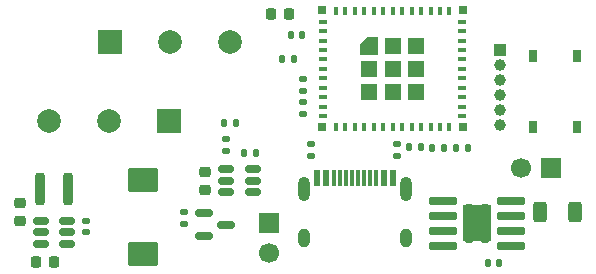
<source format=gbr>
%TF.GenerationSoftware,KiCad,Pcbnew,9.0.7-9.0.7~ubuntu24.04.1*%
%TF.CreationDate,2026-02-26T22:41:37+11:00*%
%TF.ProjectId,flipcab-rounded,666c6970-6361-4622-9d72-6f756e646564,rev?*%
%TF.SameCoordinates,Original*%
%TF.FileFunction,Soldermask,Top*%
%TF.FilePolarity,Negative*%
%FSLAX46Y46*%
G04 Gerber Fmt 4.6, Leading zero omitted, Abs format (unit mm)*
G04 Created by KiCad (PCBNEW 9.0.7-9.0.7~ubuntu24.04.1) date 2026-02-26 22:41:37*
%MOMM*%
%LPD*%
G01*
G04 APERTURE LIST*
G04 Aperture macros list*
%AMRoundRect*
0 Rectangle with rounded corners*
0 $1 Rounding radius*
0 $2 $3 $4 $5 $6 $7 $8 $9 X,Y pos of 4 corners*
0 Add a 4 corners polygon primitive as box body*
4,1,4,$2,$3,$4,$5,$6,$7,$8,$9,$2,$3,0*
0 Add four circle primitives for the rounded corners*
1,1,$1+$1,$2,$3*
1,1,$1+$1,$4,$5*
1,1,$1+$1,$6,$7*
1,1,$1+$1,$8,$9*
0 Add four rect primitives between the rounded corners*
20,1,$1+$1,$2,$3,$4,$5,0*
20,1,$1+$1,$4,$5,$6,$7,0*
20,1,$1+$1,$6,$7,$8,$9,0*
20,1,$1+$1,$8,$9,$2,$3,0*%
%AMOutline5P*
0 Free polygon, 5 corners , with rotation*
0 The origin of the aperture is its center*
0 number of corners: always 5*
0 $1 to $10 corner X, Y*
0 $11 Rotation angle, in degrees counterclockwise*
0 create outline with 5 corners*
4,1,5,$1,$2,$3,$4,$5,$6,$7,$8,$9,$10,$1,$2,$11*%
%AMOutline6P*
0 Free polygon, 6 corners , with rotation*
0 The origin of the aperture is its center*
0 number of corners: always 6*
0 $1 to $12 corner X, Y*
0 $13 Rotation angle, in degrees counterclockwise*
0 create outline with 6 corners*
4,1,6,$1,$2,$3,$4,$5,$6,$7,$8,$9,$10,$11,$12,$1,$2,$13*%
%AMOutline7P*
0 Free polygon, 7 corners , with rotation*
0 The origin of the aperture is its center*
0 number of corners: always 7*
0 $1 to $14 corner X, Y*
0 $15 Rotation angle, in degrees counterclockwise*
0 create outline with 7 corners*
4,1,7,$1,$2,$3,$4,$5,$6,$7,$8,$9,$10,$11,$12,$13,$14,$1,$2,$15*%
%AMOutline8P*
0 Free polygon, 8 corners , with rotation*
0 The origin of the aperture is its center*
0 number of corners: always 8*
0 $1 to $16 corner X, Y*
0 $17 Rotation angle, in degrees counterclockwise*
0 create outline with 8 corners*
4,1,8,$1,$2,$3,$4,$5,$6,$7,$8,$9,$10,$11,$12,$13,$14,$15,$16,$1,$2,$17*%
G04 Aperture macros list end*
%ADD10R,2.400000X3.100000*%
%ADD11RoundRect,0.070000X-1.100000X-0.250000X1.100000X-0.250000X1.100000X0.250000X-1.100000X0.250000X0*%
%ADD12C,0.770000*%
%ADD13RoundRect,0.135000X-0.135000X-0.185000X0.135000X-0.185000X0.135000X0.185000X-0.135000X0.185000X0*%
%ADD14RoundRect,0.140000X-0.170000X0.140000X-0.170000X-0.140000X0.170000X-0.140000X0.170000X0.140000X0*%
%ADD15R,1.000000X1.000000*%
%ADD16C,1.000000*%
%ADD17R,2.000000X2.000000*%
%ADD18C,2.000000*%
%ADD19RoundRect,0.250000X-0.312500X-0.625000X0.312500X-0.625000X0.312500X0.625000X-0.312500X0.625000X0*%
%ADD20RoundRect,0.150000X-0.512500X-0.150000X0.512500X-0.150000X0.512500X0.150000X-0.512500X0.150000X0*%
%ADD21RoundRect,0.135000X-0.185000X0.135000X-0.185000X-0.135000X0.185000X-0.135000X0.185000X0.135000X0*%
%ADD22RoundRect,0.140000X-0.140000X-0.170000X0.140000X-0.170000X0.140000X0.170000X-0.140000X0.170000X0*%
%ADD23RoundRect,0.225000X-0.250000X0.225000X-0.250000X-0.225000X0.250000X-0.225000X0.250000X0.225000X0*%
%ADD24R,0.800000X0.400000*%
%ADD25R,0.400000X0.800000*%
%ADD26Outline5P,-0.725000X0.130500X-0.130500X0.725000X0.725000X0.725000X0.725000X-0.725000X-0.725000X-0.725000X0.000000*%
%ADD27R,1.450000X1.450000*%
%ADD28R,0.700000X0.700000*%
%ADD29R,1.700000X1.700000*%
%ADD30C,1.700000*%
%ADD31RoundRect,0.225000X-0.225000X-0.250000X0.225000X-0.250000X0.225000X0.250000X-0.225000X0.250000X0*%
%ADD32RoundRect,0.250000X1.045000X-0.785000X1.045000X0.785000X-1.045000X0.785000X-1.045000X-0.785000X0*%
%ADD33RoundRect,0.150000X-0.587500X-0.150000X0.587500X-0.150000X0.587500X0.150000X-0.587500X0.150000X0*%
%ADD34RoundRect,0.140000X0.140000X0.170000X-0.140000X0.170000X-0.140000X-0.170000X0.140000X-0.170000X0*%
%ADD35RoundRect,0.225000X0.250000X-0.225000X0.250000X0.225000X-0.250000X0.225000X-0.250000X-0.225000X0*%
%ADD36R,0.750000X1.000000*%
%ADD37RoundRect,0.225000X0.225000X0.250000X-0.225000X0.250000X-0.225000X-0.250000X0.225000X-0.250000X0*%
%ADD38RoundRect,0.135000X0.185000X-0.135000X0.185000X0.135000X-0.185000X0.135000X-0.185000X-0.135000X0*%
%ADD39RoundRect,0.200000X0.200000X1.150000X-0.200000X1.150000X-0.200000X-1.150000X0.200000X-1.150000X0*%
%ADD40R,0.600000X1.450000*%
%ADD41R,0.300000X1.450000*%
%ADD42O,1.000000X2.100000*%
%ADD43O,1.000000X1.600000*%
G04 APERTURE END LIST*
D10*
%TO.C,U4*%
X89120000Y-98650000D03*
D11*
X86245000Y-96745000D03*
X86245000Y-98015000D03*
X86245000Y-99285000D03*
X86245000Y-100555000D03*
X91995000Y-100555000D03*
X91995000Y-99285000D03*
X91995000Y-98015000D03*
X91995000Y-96745000D03*
D12*
X88470000Y-97350000D03*
X88470000Y-98650000D03*
X88470000Y-99950000D03*
X89770000Y-97350000D03*
X89770000Y-98650000D03*
X89770000Y-99950000D03*
%TD*%
D13*
%TO.C,R5*%
X85320000Y-92220000D03*
X86340000Y-92220000D03*
%TD*%
D14*
%TO.C,C6*%
X55970000Y-98412500D03*
X55970000Y-99372500D03*
%TD*%
D15*
%TO.C,J2*%
X91080000Y-83930000D03*
D16*
X91080000Y-85200000D03*
X91080000Y-86470000D03*
X91080000Y-87740000D03*
X91080000Y-89010000D03*
X91080000Y-90280000D03*
%TD*%
D17*
%TO.C,SW2*%
X58000000Y-83300000D03*
D18*
X63080000Y-83300000D03*
X68160000Y-83300000D03*
%TD*%
D13*
%TO.C,R6*%
X83330000Y-92210000D03*
X84350000Y-92210000D03*
%TD*%
D19*
%TO.C,R10*%
X94477500Y-97670000D03*
X97402500Y-97670000D03*
%TD*%
D20*
%TO.C,U2*%
X52162500Y-98450000D03*
X52162500Y-99400000D03*
X52162500Y-100350000D03*
X54437500Y-100350000D03*
X54437500Y-99400000D03*
X54437500Y-98450000D03*
%TD*%
D21*
%TO.C,R1*%
X74340000Y-86410000D03*
X74340000Y-87430000D03*
%TD*%
D13*
%TO.C,R8*%
X69380000Y-92680000D03*
X70400000Y-92680000D03*
%TD*%
D22*
%TO.C,C10*%
X90010000Y-102030000D03*
X90970000Y-102030000D03*
%TD*%
D23*
%TO.C,C8*%
X66090000Y-94295000D03*
X66090000Y-95845000D03*
%TD*%
D24*
%TO.C,U1*%
X76075000Y-81560000D03*
X76075000Y-82360000D03*
X76075000Y-83160000D03*
X76075000Y-83960000D03*
X76075000Y-84760000D03*
X76075000Y-85560000D03*
X76075000Y-86360000D03*
X76075000Y-87160000D03*
X76075000Y-87960000D03*
X76075000Y-88760000D03*
X76075000Y-89560000D03*
D25*
X77175000Y-90460000D03*
X77975000Y-90460000D03*
X78775000Y-90460000D03*
X79575000Y-90460000D03*
X80375000Y-90460000D03*
X81175000Y-90460000D03*
X81975000Y-90460000D03*
X82775000Y-90460000D03*
X83575000Y-90460000D03*
X84375000Y-90460000D03*
X85175000Y-90460000D03*
X85975000Y-90460000D03*
X86775000Y-90460000D03*
D24*
X87875000Y-89560000D03*
X87875000Y-88760000D03*
X87875000Y-87960000D03*
X87875000Y-87160000D03*
X87875000Y-86360000D03*
X87875000Y-85560000D03*
X87875000Y-84760000D03*
X87875000Y-83960000D03*
X87875000Y-83160000D03*
X87875000Y-82360000D03*
X87875000Y-81560000D03*
D25*
X86775000Y-80660000D03*
X85975000Y-80660000D03*
X85175000Y-80660000D03*
X84375000Y-80660000D03*
X83575000Y-80660000D03*
X82775000Y-80660000D03*
X81975000Y-80660000D03*
X81175000Y-80660000D03*
X80375000Y-80660000D03*
X79575000Y-80660000D03*
X78775000Y-80660000D03*
X77975000Y-80660000D03*
X77175000Y-80660000D03*
D26*
X80000000Y-83585000D03*
D27*
X80000000Y-85560000D03*
X80000000Y-87535000D03*
X81975000Y-83585000D03*
X81975000Y-85560000D03*
X81975000Y-87535000D03*
X83950000Y-83585000D03*
X83950000Y-85560000D03*
X83950000Y-87535000D03*
D28*
X87925000Y-80610000D03*
X87925000Y-90510000D03*
X76025000Y-90510000D03*
X76025000Y-80610000D03*
%TD*%
D29*
%TO.C,J4*%
X95395000Y-93930000D03*
D30*
X92855000Y-93930000D03*
%TD*%
D21*
%TO.C,R11*%
X75040000Y-91950000D03*
X75040000Y-92970000D03*
%TD*%
D20*
%TO.C,U3*%
X67890000Y-94070000D03*
X67890000Y-95020000D03*
X67890000Y-95970000D03*
X70165000Y-95970000D03*
X70165000Y-95020000D03*
X70165000Y-94070000D03*
%TD*%
D31*
%TO.C,C4*%
X51745000Y-101900000D03*
X53295000Y-101900000D03*
%TD*%
D32*
%TO.C,C9*%
X60840000Y-101230000D03*
X60840000Y-94990000D03*
%TD*%
D33*
%TO.C,Q1*%
X65962500Y-97800000D03*
X65962500Y-99700000D03*
X67837500Y-98750000D03*
%TD*%
D34*
%TO.C,C1*%
X74290000Y-82700000D03*
X73330000Y-82700000D03*
%TD*%
D13*
%TO.C,R3*%
X72560000Y-84760000D03*
X73580000Y-84760000D03*
%TD*%
D21*
%TO.C,R9*%
X82330000Y-91940000D03*
X82330000Y-92960000D03*
%TD*%
D35*
%TO.C,C7*%
X50400000Y-98475000D03*
X50400000Y-96925000D03*
%TD*%
D21*
%TO.C,R7*%
X67830000Y-91530000D03*
X67830000Y-92550000D03*
%TD*%
D36*
%TO.C,SW3*%
X97610000Y-84500000D03*
X97610000Y-90500000D03*
X93860000Y-84500000D03*
X93860000Y-90500000D03*
%TD*%
D37*
%TO.C,C3*%
X73185000Y-80950000D03*
X71635000Y-80950000D03*
%TD*%
D38*
%TO.C,R4*%
X64320000Y-98710000D03*
X64320000Y-97690000D03*
%TD*%
D22*
%TO.C,C5*%
X87370000Y-92230000D03*
X88330000Y-92230000D03*
%TD*%
D39*
%TO.C,L1*%
X54440000Y-95772500D03*
X52140000Y-95772500D03*
%TD*%
D13*
%TO.C,R2*%
X67690000Y-90160000D03*
X68710000Y-90160000D03*
%TD*%
D29*
%TO.C,J1*%
X71490000Y-98610000D03*
D30*
X71490000Y-101150000D03*
%TD*%
D17*
%TO.C,SW1*%
X63000000Y-90000000D03*
D18*
X57920000Y-90000000D03*
X52840000Y-90000000D03*
%TD*%
D40*
%TO.C,J3*%
X75530000Y-94785000D03*
X76330000Y-94785000D03*
D41*
X77530000Y-94785000D03*
X78530000Y-94785000D03*
X79030000Y-94785000D03*
X80030000Y-94785000D03*
D40*
X81230000Y-94785000D03*
X82030000Y-94785000D03*
X82030000Y-94785000D03*
X81230000Y-94785000D03*
D41*
X80530000Y-94785000D03*
X79530000Y-94785000D03*
X78030000Y-94785000D03*
X77030000Y-94785000D03*
D40*
X76330000Y-94785000D03*
X75530000Y-94785000D03*
D42*
X74460000Y-95700000D03*
D43*
X74460000Y-99880000D03*
D42*
X83100000Y-95700000D03*
D43*
X83100000Y-99880000D03*
%TD*%
D14*
%TO.C,C2*%
X74340000Y-88400000D03*
X74340000Y-89360000D03*
%TD*%
M02*

</source>
